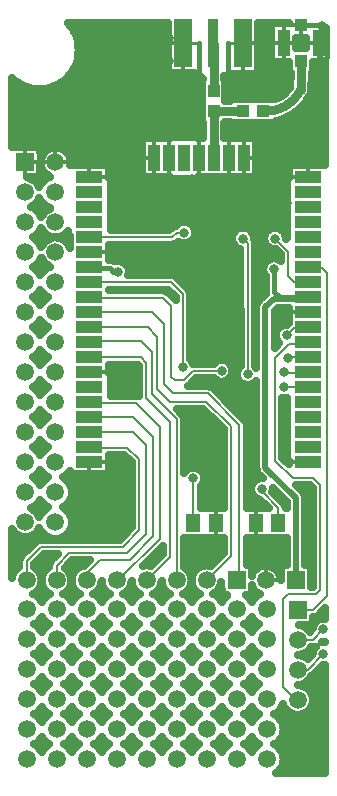
<source format=gbr>
G04 DipTrace 3.0.0.2*
G04 Top.gbr*
%MOMM*%
G04 #@! TF.FileFunction,Copper,L1,Top*
G04 #@! TF.Part,Single*
G04 #@! TA.AperFunction,Conductor*
%ADD10C,0.254*%
%ADD14C,0.381*%
%ADD15C,0.508*%
G04 #@! TA.AperFunction,CopperBalancing*
%ADD16C,0.635*%
G04 #@! TA.AperFunction,Conductor*
%ADD17C,0.1778*%
G04 #@! TA.AperFunction,ViaPad*
%ADD18C,0.8*%
G04 #@! TA.AperFunction,CopperBalancing*
%ADD19C,0.33*%
%ADD21R,1.52X4.06*%
%ADD22R,0.85X4.06*%
%ADD23R,1.05X1.1*%
%ADD24R,1.1X2.25*%
%ADD26R,1.3X1.5*%
G04 #@! TA.AperFunction,ComponentPad*
%ADD27R,1.5X1.5*%
%ADD28C,1.5*%
%ADD29C,1.5*%
%ADD30R,1.0X1.1*%
%ADD31R,1.1X1.0*%
%ADD32R,2.274X1.01*%
%ADD33R,1.01X2.274*%
%FSLAX35Y35*%
G04*
G71*
G90*
G75*
G01*
G04 Top*
%LPD*%
X972000Y4320000D2*
D14*
X932000D1*
X902000Y4350000D1*
X734000D1*
X728000Y4356000D1*
X2581000Y4102000D2*
X2340000D1*
X2292000Y4150000D1*
Y4340000D1*
X2477000Y1705000D2*
D15*
Y2403000D1*
X2220000Y2660000D1*
Y4020000D1*
X2290000Y4090000D1*
X2569000D1*
X2581000Y4102000D1*
X1525000Y6253000D2*
D10*
X1660000D1*
D14*
Y5830000D1*
D10*
X1400000Y5570000D1*
Y5283000D1*
X1400500Y5282500D1*
X2032000Y6252000D2*
X1900000D1*
D14*
Y5950000D1*
D10*
X1940000Y5910000D1*
X2180000D1*
X2370000Y6100000D1*
Y6253000D1*
X2373000Y6256000D1*
X2581000Y3975000D2*
X2385000D1*
X2370000Y3960000D1*
X2581000Y3594000D2*
D17*
X2414000D1*
X2410000Y3590000D1*
X2581000Y2705000D2*
X2415000D1*
X2400000Y2720000D1*
Y2790000D1*
X2380000Y2810000D1*
X728000Y2705000D2*
X915000D1*
X990000Y2630000D1*
X1800000Y2190000D2*
Y1990000D1*
X1810000Y2000000D1*
X2523000Y6406000D2*
D14*
X2694000D1*
X2700000Y6400000D1*
X2730000D1*
X2740000Y6390000D1*
Y6140000D1*
X2700000Y6100000D1*
X728000Y4229000D2*
D17*
X1421000D1*
X1520000Y4130000D1*
Y3510000D1*
X1850000Y3480000D2*
X1610000D1*
X1530000Y3400000D1*
X1450000D1*
X1420000Y3430000D1*
Y4030000D1*
X1350000Y4100000D1*
X730000D1*
X728000Y4102000D1*
X2493000Y947000D2*
X2577000D1*
X2710000Y1080000D1*
X2400000Y3780000D2*
X2468000Y3848000D1*
X2581000D1*
X2197000Y5678000D2*
D18*
G03X2520000Y5860000I29195J325805D01*
G01*
X2523000Y6106000D1*
X2493000Y1455000D2*
D17*
X2625000D1*
X2740000Y1570000D1*
Y4310000D1*
X2700000Y4350000D1*
X2587000D1*
X2581000Y4356000D1*
X2493000Y1201000D2*
X2621000D1*
X2710000Y1290000D1*
X2300000Y4600000D2*
X2410000Y4490000D1*
Y4280000D1*
X2460000Y4230000D1*
X2580000D1*
X2581000Y4229000D1*
X1781000Y5849000D2*
D18*
Y6250000D1*
X1779000Y6252000D1*
X1781500Y5282500D2*
Y5678500D1*
X1781000Y5679000D1*
X2026000D1*
X2027000Y5678000D1*
X197000Y1705000D2*
D17*
Y1867000D1*
X320000Y1990000D1*
X1010000D1*
X1150000Y2130000D1*
Y2730000D1*
X1050000Y2830000D1*
X730000D1*
X728000Y2832000D1*
X451000Y1705000D2*
Y1831000D1*
X560000Y1940000D1*
X1050000D1*
X1210000Y2100000D1*
Y2850000D1*
X1100000Y2960000D1*
X729000D1*
X728000Y2959000D1*
X705000Y1705000D2*
Y1765000D1*
X820000Y1880000D1*
X1070000D1*
X1270000Y2080000D1*
Y2920000D1*
X1100000Y3090000D1*
X732000D1*
X728000Y3086000D1*
X959000Y1705000D2*
X975000D1*
X1330000Y2060000D1*
Y3000000D1*
X1120000Y3210000D1*
X731000D1*
X728000Y3213000D1*
Y3594000D2*
X1166000D1*
X1210000Y3550000D1*
Y3250000D1*
X1410000Y3050000D1*
Y1902000D1*
X1213000Y1705000D1*
X1467000D2*
Y3073000D1*
X1260000Y3280000D1*
Y3640000D1*
X1170000Y3730000D1*
X737000D1*
X728000Y3721000D1*
Y3848000D2*
X1222000D1*
X1300000Y3770000D1*
Y3330000D1*
X1410000Y3220000D1*
X1720000D1*
X1930000Y3010000D1*
Y1914000D1*
X1721000Y1705000D1*
X1975000D2*
X2000000D1*
Y3020000D1*
X1730000Y3290000D1*
X1440000D1*
X1360000Y3370000D1*
Y3880000D1*
X1260000Y3980000D1*
X733000D1*
X728000Y3975000D1*
X2190000Y2480000D2*
Y2460000D1*
X2330000Y2320000D1*
Y2190000D1*
X2493000Y693000D2*
X2477000D1*
X2370000Y800000D1*
Y1550000D1*
X2410000Y1590000D1*
X2650000D1*
X2680000Y1620000D1*
Y2510000D1*
X2620000Y2570000D1*
X2450000D1*
X2300000Y2720000D1*
Y3590000D1*
X2420000Y3710000D1*
X2570000D1*
X2581000Y3721000D1*
X1610000Y2190000D2*
Y2570000D1*
X1532000Y4650000D2*
X1472000D1*
X1432000Y4610000D1*
X728000D1*
X2070000Y3450000D2*
Y4560000D1*
X2030000Y4600000D1*
X2380000Y3470000D2*
X2410000D1*
X2420000Y3460000D1*
X2574000D1*
X2581000Y3467000D1*
Y3340000D2*
X2380000D1*
D18*
X972000Y4320000D3*
X2292000Y4340000D3*
X2410000Y3590000D3*
X2380000Y2810000D3*
X990000Y2630000D3*
X1810000Y2000000D3*
X1520000Y3510000D3*
X1850000Y3480000D3*
X2710000Y1080000D3*
X2400000Y3780000D3*
X2710000Y1290000D3*
X2300000Y4600000D3*
X2190000Y2480000D3*
X1610000Y2570000D3*
X1532000Y4650000D3*
X2070000Y3450000D3*
X2030000Y4600000D3*
X2380000Y3470000D3*
Y3340000D3*
X2210000Y1990000D3*
X1000000Y5100000D3*
Y5300000D3*
X2330000Y1990000D3*
X2000000Y3800000D3*
X1200000Y5100000D3*
X800000Y5300000D3*
X1400000Y6100000D3*
X1200000Y5500000D3*
X1600000D3*
X2200000Y5300000D3*
Y6000000D3*
X2700000Y5300000D3*
X2600000Y5700000D3*
X2370000Y3960000D3*
X600000Y5500000D3*
Y5300000D3*
Y5900000D3*
X800000Y5700000D3*
Y6100000D3*
Y6300000D3*
X1400000D3*
Y5500000D3*
X1600000Y5700000D3*
X2600000Y5300000D3*
X2200000Y6200000D3*
X2700000Y5500000D3*
X600000Y5700000D3*
X800000Y5500000D3*
X1000000D3*
X800000Y5900000D3*
X1000000Y5700000D3*
Y5900000D3*
Y6100000D3*
Y6300000D3*
X1200000D3*
X1400000Y5700000D3*
X1600000Y5900000D3*
X2600000Y5500000D3*
X2200000Y6400000D3*
X2700000Y5900000D3*
X980000Y3480000D3*
X1600000Y4900000D3*
X1800000D3*
X2400000D3*
X2700000Y6100000D3*
X2400000Y5100000D3*
X2200000D3*
X1400000Y5900000D3*
X2400000Y6000000D3*
X1200000Y5900000D3*
X1400000Y4900000D3*
X2200000D3*
X2700000Y6400000D3*
X2400000Y5300000D3*
X2000000Y5100000D3*
X1800000D3*
X1200000Y5700000D3*
X2000000Y5800000D3*
Y5500000D3*
X2080000Y2920000D3*
Y2820000D3*
X1200000Y4900000D3*
X2000000D3*
X2400000Y5500000D3*
X1600000Y5100000D3*
X1400000D3*
X1200000Y6100000D3*
X2200000Y5500000D3*
Y5800000D3*
X2700000Y5700000D3*
X599660Y6364483D2*
D16*
X1390633D1*
X2166450D2*
X2259540D1*
X627937Y6301317D2*
X1390633D1*
X2166450D2*
X2259540D1*
X641953Y6238150D2*
X1390633D1*
X2166450D2*
X2259540D1*
X2486430D2*
X2559553D1*
X643690Y6174983D2*
X1390633D1*
X2166450D2*
X2259540D1*
X633023Y6111817D2*
X1390633D1*
X2166450D2*
X2259540D1*
X608963Y6048650D2*
X1390633D1*
X2166450D2*
X2414817D1*
X2631163D2*
X2721280D1*
X567540Y5985483D2*
X1608913D1*
X1951143D2*
X2425857D1*
X2617150D2*
X2721280D1*
X78700Y5922317D2*
X114557D1*
X497467D2*
X1675390D1*
X1886650D2*
X2425113D1*
X2616407D2*
X2721280D1*
X78700Y5859150D2*
X1675390D1*
X1886650D2*
X2407750D1*
X2615660D2*
X2721280D1*
X78700Y5795983D2*
X1675390D1*
X1886650D2*
X2334080D1*
X2592470D2*
X2721280D1*
X78700Y5732817D2*
X1675390D1*
X2548440D2*
X2721280D1*
X78700Y5669650D2*
X1675390D1*
X2479733D2*
X2721280D1*
X78700Y5606483D2*
X1675390D1*
X2356823D2*
X2721280D1*
X78700Y5543317D2*
X1685933D1*
X1877103D2*
X2721280D1*
X78700Y5480150D2*
X1685933D1*
X1877103D2*
X2721280D1*
X78700Y5416983D2*
X1164537D1*
X2144373D2*
X2721280D1*
X321477Y5353817D2*
X371780D1*
X512223D2*
X1164537D1*
X2144373D2*
X2721280D1*
X566547Y5290650D2*
X1164537D1*
X2144373D2*
X2721280D1*
X574360Y5227483D2*
X1164537D1*
X2144373D2*
X2721280D1*
X900170Y5164317D2*
X1164537D1*
X2144373D2*
X2408863D1*
X255990Y5101150D2*
X346850D1*
X915300D2*
X2393610D1*
X915300Y5037983D2*
X2393610D1*
X915300Y4974817D2*
X2393610D1*
X294440Y4911650D2*
X316937D1*
X915300D2*
X2393610D1*
X281540Y4848483D2*
X376493D1*
X915300D2*
X2393610D1*
X915300Y4785317D2*
X2393610D1*
X915300Y4722150D2*
X1468397D1*
X1595570D2*
X2393610D1*
X314033Y4658983D2*
X334517D1*
X1629923D2*
X1952953D1*
X2107040D2*
X2222953D1*
X279803Y4595817D2*
X379097D1*
X504907D2*
X555830D1*
X1612807D2*
X1931623D1*
X2128373D2*
X2201620D1*
X900170Y4532650D2*
X1960893D1*
X2137303D2*
X2230890D1*
X900170Y4469483D2*
X2002687D1*
X2137303D2*
X2338047D1*
X1010427Y4406317D2*
X2002687D1*
X2137303D2*
X2221837D1*
X277943Y4343150D2*
X352060D1*
X1067477D2*
X2002687D1*
X2137303D2*
X2193683D1*
X1460757Y4279983D2*
X2002687D1*
X2137303D2*
X2214520D1*
X1525743Y4216817D2*
X2002687D1*
X2137303D2*
X2214520D1*
X1582547Y4153650D2*
X2002687D1*
X2137303D2*
X2214520D1*
X276083Y4090483D2*
X353920D1*
X1587260D2*
X2002687D1*
X2137303D2*
X2174583D1*
X1587260Y4027317D2*
X2002687D1*
X1587260Y3964150D2*
X2002687D1*
X2303743D2*
X2408863D1*
X1587260Y3900983D2*
X2002687D1*
X2303743D2*
X2408863D1*
X274100Y3837817D2*
X355903D1*
X1587260D2*
X2002687D1*
X1587260Y3774650D2*
X2002687D1*
X1587260Y3711483D2*
X2002687D1*
X2303743D2*
X2329023D1*
X1587260Y3648317D2*
X2002687D1*
X272113Y3585150D2*
X357890D1*
X1587260D2*
X2002687D1*
X900170Y3521983D2*
X1142710D1*
X1938247D2*
X2002687D1*
X900170Y3458817D2*
X1142710D1*
X1945933D2*
X1972053D1*
X915300Y3395650D2*
X1142710D1*
X1618140D2*
X1806730D1*
X1893223D2*
X1989293D1*
X270007Y3332483D2*
X359997D1*
X915300D2*
X1142710D1*
X1779990D2*
X2136260D1*
X1843243Y3269317D2*
X2136260D1*
X1906370Y3206150D2*
X2136260D1*
X2367243D2*
X2393713D1*
X1489530Y3142983D2*
X1704537D1*
X1969500D2*
X2136260D1*
X2367243D2*
X2393713D1*
X267897Y3079817D2*
X362107D1*
X1533930D2*
X1767663D1*
X2032750D2*
X2136260D1*
X2367243D2*
X2393713D1*
X1534300Y3016650D2*
X1830790D1*
X2067230D2*
X2136260D1*
X2367243D2*
X2393713D1*
X1534300Y2953483D2*
X1862667D1*
X2067230D2*
X2136260D1*
X2367243D2*
X2393713D1*
X1534300Y2890317D2*
X1862667D1*
X2067230D2*
X2136260D1*
X2367243D2*
X2393713D1*
X265667Y2827150D2*
X364340D1*
X1534300D2*
X1862667D1*
X2067230D2*
X2136260D1*
X2367243D2*
X2393713D1*
X900170Y2763983D2*
X1023523D1*
X1534300D2*
X1862667D1*
X2067230D2*
X2136260D1*
X2367243D2*
X2393713D1*
X900170Y2700817D2*
X1082683D1*
X1534300D2*
X1862667D1*
X2067230D2*
X2136260D1*
X900170Y2637650D2*
X1082683D1*
X1678790D2*
X1862667D1*
X2067230D2*
X2139487D1*
X263310Y2574483D2*
X366693D1*
X517310D2*
X1082683D1*
X1708307D2*
X1862667D1*
X2067230D2*
X2189717D1*
X576717Y2511317D2*
X1082683D1*
X1687347D2*
X1862667D1*
X2067230D2*
X2097067D1*
X590607Y2448150D2*
X1082683D1*
X1677300D2*
X1862667D1*
X2067230D2*
X2097237D1*
X2294317D2*
X2315950D1*
X2546207D2*
X2612760D1*
X574857Y2384983D2*
X1082683D1*
X1677300D2*
X1862667D1*
X2067230D2*
X2172477D1*
X2357570D2*
X2379117D1*
X2560843D2*
X2612760D1*
X256117Y2321817D2*
X369177D1*
X514830D2*
X1082683D1*
X1677300D2*
X1862667D1*
X2067230D2*
X2235727D1*
X2560843D2*
X2612760D1*
X576097Y2258650D2*
X1082683D1*
X2560843D2*
X2612760D1*
X590607Y2195483D2*
X1082683D1*
X2560843D2*
X2612760D1*
X575600Y2132317D2*
X1059863D1*
X2560843D2*
X2612760D1*
X78700Y2069150D2*
X371160D1*
X512843D2*
X996610D1*
X2560843D2*
X2612760D1*
X78700Y2005983D2*
X243417D1*
X1534300D2*
X1862667D1*
X2067230D2*
X2393237D1*
X2560843D2*
X2612760D1*
X78700Y1942817D2*
X180287D1*
X1305353D2*
X1342760D1*
X1534300D2*
X1862667D1*
X2067230D2*
X2393237D1*
X2560843D2*
X2612760D1*
X78700Y1879650D2*
X131050D1*
X302127D2*
X407127D1*
X1242103D2*
X1295133D1*
X1534300D2*
X1803133D1*
X2067230D2*
X2393237D1*
X2560843D2*
X2612760D1*
X78700Y1816483D2*
X129687D1*
X264300D2*
X383687D1*
X528967D2*
X637687D1*
X1534300D2*
X1653687D1*
X2108407D2*
X2155733D1*
X2290347D2*
X2343630D1*
X303617Y1626983D2*
X344263D1*
X557617D2*
X598263D1*
X811617D2*
X852263D1*
X1065617D2*
X1106263D1*
X1319617D2*
X1360263D1*
X1573617D2*
X1614263D1*
X303617Y1563817D2*
X350443D1*
X557617D2*
X604443D1*
X811617D2*
X858443D1*
X1065617D2*
X1112443D1*
X1319617D2*
X1366443D1*
X1573617D2*
X1620443D1*
X1827617D2*
X1874443D1*
X2081617D2*
X2128443D1*
X2699997Y1437483D2*
X2721307D1*
X2626450Y1374317D2*
X2666777D1*
X302253Y1311150D2*
X351813D1*
X556253D2*
X605813D1*
X810253D2*
X859813D1*
X1064253D2*
X1113813D1*
X1318253D2*
X1367813D1*
X1572253D2*
X1621813D1*
X1826253D2*
X1875813D1*
X2080253D2*
X2129813D1*
X2562703D2*
X2614000D1*
X2697270Y1184817D2*
X2721367D1*
X2598547Y1121650D2*
X2621630D1*
X300763Y1058483D2*
X353300D1*
X554763D2*
X607300D1*
X808763D2*
X861300D1*
X1062763D2*
X1115300D1*
X1316763D2*
X1369300D1*
X1570763D2*
X1623300D1*
X1824763D2*
X1877300D1*
X2078763D2*
X2131300D1*
X2560347D2*
X2595857D1*
X2654603Y932150D2*
X2721280D1*
X2599663Y868983D2*
X2721280D1*
X299150Y805817D2*
X354790D1*
X553150D2*
X608790D1*
X807150D2*
X862790D1*
X1061150D2*
X1116790D1*
X1315150D2*
X1370790D1*
X1569150D2*
X1624790D1*
X1823150D2*
X1878790D1*
X2077150D2*
X2132790D1*
X2557867D2*
X2721280D1*
X2616280Y742650D2*
X2721280D1*
X2625707Y679483D2*
X2721280D1*
X2354840Y616317D2*
X2385300D1*
X2600653D2*
X2721280D1*
X297663Y553150D2*
X356400D1*
X551663D2*
X610400D1*
X805663D2*
X864400D1*
X1059663D2*
X1118400D1*
X1313663D2*
X1372400D1*
X1567663D2*
X1626400D1*
X1821663D2*
X1880400D1*
X2075663D2*
X2134400D1*
X2329663D2*
X2721280D1*
X2372947Y489983D2*
X2721280D1*
X2379643Y426817D2*
X2721280D1*
X2355833Y363650D2*
X2721280D1*
X296050Y300483D2*
X358013D1*
X550050D2*
X612013D1*
X804050D2*
X866013D1*
X1058050D2*
X1120013D1*
X1312050D2*
X1374013D1*
X1566050D2*
X1628013D1*
X1820050D2*
X1882013D1*
X2074050D2*
X2136013D1*
X2328050D2*
X2721280D1*
X2372577Y237317D2*
X2721280D1*
X2379770Y174150D2*
X2721280D1*
X2356700Y110983D2*
X2721280D1*
X1615243Y5997930D2*
X1396930D1*
Y6427670D1*
X545953Y6427650D1*
X574660Y6393193D1*
X589147Y6371513D1*
X601890Y6348763D1*
X612803Y6325083D1*
X621830Y6300620D1*
X628907Y6275523D1*
X633993Y6249950D1*
X637060Y6224053D1*
X638083Y6198000D1*
X637060Y6171947D1*
X633993Y6146050D1*
X628907Y6120477D1*
X621830Y6095380D1*
X612803Y6070917D1*
X601890Y6047237D1*
X589147Y6024487D1*
X574660Y6002807D1*
X558517Y5982330D1*
X540820Y5963180D1*
X521670Y5945483D1*
X501193Y5929340D1*
X479513Y5914853D1*
X456763Y5902110D1*
X433083Y5891197D1*
X408620Y5882170D1*
X383523Y5875093D1*
X357950Y5870007D1*
X332053Y5866940D1*
X306000Y5865917D1*
X279947Y5866940D1*
X254050Y5870007D1*
X228477Y5875093D1*
X203380Y5882170D1*
X178917Y5891197D1*
X155237Y5902110D1*
X132487Y5914853D1*
X110807Y5929340D1*
X90330Y5945483D1*
X72303Y5962143D1*
X72350Y5371093D1*
X315070Y5371070D1*
X315650Y5257523D1*
X319090Y5276240D1*
X325283Y5294237D1*
X334093Y5311107D1*
X345327Y5326470D1*
X358730Y5339983D1*
X374000Y5351343D1*
X390793Y5360297D1*
X408740Y5366640D1*
X427430Y5370233D1*
X446447Y5370993D1*
X465363Y5368903D1*
X483757Y5364013D1*
X501213Y5356430D1*
X517340Y5346327D1*
X531780Y5333927D1*
X544203Y5319507D1*
X554333Y5303397D1*
X561943Y5285953D1*
X566867Y5267567D1*
X568983Y5248653D1*
X568437Y5231320D1*
X566853Y5220553D1*
X893770Y5220570D1*
Y5108777D1*
X908990Y5108790D1*
Y4670863D1*
X1406780Y4670960D1*
X1436170Y4699317D1*
X1448670Y4706320D1*
X1458850Y4709490D1*
X1477883Y4724487D1*
X1490200Y4732033D1*
X1503550Y4737563D1*
X1517597Y4740937D1*
X1532000Y4742070D1*
X1546403Y4740937D1*
X1560450Y4737563D1*
X1573800Y4732033D1*
X1586117Y4724487D1*
X1597103Y4715103D1*
X1606487Y4704117D1*
X1614033Y4691800D1*
X1619563Y4678450D1*
X1622937Y4664403D1*
X1624070Y4650000D1*
X1622937Y4635597D1*
X1619563Y4621550D1*
X1614033Y4608200D1*
X1606487Y4595883D1*
X1597103Y4584897D1*
X1586117Y4575513D1*
X1573800Y4567967D1*
X1560450Y4562437D1*
X1546403Y4559063D1*
X1532000Y4557930D1*
X1517597Y4559063D1*
X1503550Y4562437D1*
X1490200Y4567967D1*
X1481333Y4573207D1*
X1467830Y4560683D1*
X1455330Y4553680D1*
X1441537Y4549790D1*
X1432000Y4549040D1*
X893863D1*
X893770Y4420990D1*
X913127Y4420243D1*
X929217Y4415707D1*
X940013Y4410070D1*
X950507Y4409527D1*
X964777Y4411787D1*
X979223D1*
X993493Y4409527D1*
X1007233Y4405060D1*
X1020107Y4398503D1*
X1031793Y4390010D1*
X1042010Y4379793D1*
X1050503Y4368107D1*
X1057060Y4355233D1*
X1061527Y4341493D1*
X1063787Y4327223D1*
Y4312777D1*
X1061527Y4298507D1*
X1058967Y4289933D1*
X1425783Y4289773D1*
X1439837Y4286977D1*
X1452853Y4280977D1*
X1464677Y4271487D1*
X1566353Y4169590D1*
X1574317Y4157677D1*
X1579277Y4144230D1*
X1580927Y4129160D1*
X1580960Y3578963D1*
X1594487Y3564117D1*
X1602033Y3551800D1*
X1606673Y3540863D1*
X1781027Y3540960D1*
X1795883Y3554487D1*
X1808200Y3562033D1*
X1821550Y3567563D1*
X1835597Y3570937D1*
X1850000Y3572070D1*
X1864403Y3570937D1*
X1878450Y3567563D1*
X1891800Y3562033D1*
X1904117Y3554487D1*
X1915103Y3545103D1*
X1924487Y3534117D1*
X1932033Y3521800D1*
X1937563Y3508450D1*
X1940937Y3494403D1*
X1942070Y3480000D1*
X1940937Y3465597D1*
X1937563Y3451550D1*
X1932033Y3438200D1*
X1924487Y3425883D1*
X1915103Y3414897D1*
X1904117Y3405513D1*
X1891800Y3397967D1*
X1878450Y3392437D1*
X1864403Y3389063D1*
X1850000Y3387930D1*
X1835597Y3389063D1*
X1821550Y3392437D1*
X1808200Y3397967D1*
X1795883Y3405513D1*
X1781043Y3419063D1*
X1635317Y3419040D1*
X1568723Y3352963D1*
X1567000Y3350960D1*
X1739537Y3350210D1*
X1753330Y3346320D1*
X1765830Y3339317D1*
X1773107Y3333107D1*
X2049317Y3055830D1*
X2056320Y3043330D1*
X2060210Y3029537D1*
X2060960Y3020000D1*
X2061030Y2317070D1*
X2246790D1*
X2174553Y2389237D1*
X2154767Y2394940D1*
X2141893Y2401497D1*
X2130207Y2409990D1*
X2119990Y2420207D1*
X2111497Y2431893D1*
X2104940Y2444767D1*
X2100473Y2458507D1*
X2098213Y2472777D1*
Y2487223D1*
X2100473Y2501493D1*
X2104940Y2515233D1*
X2111497Y2528107D1*
X2119990Y2539793D1*
X2130207Y2550010D1*
X2141893Y2558503D1*
X2154767Y2565060D1*
X2168507Y2569527D1*
X2182777Y2571787D1*
X2198877Y2571590D1*
X2161090Y2609687D1*
X2150973Y2624830D1*
X2144670Y2641913D1*
X2142530Y2660000D1*
X2142563Y2660830D1*
X2142530Y3393350D1*
X2129793Y3379990D1*
X2118107Y3371497D1*
X2105233Y3364940D1*
X2091493Y3360473D1*
X2077223Y3358213D1*
X2062777D1*
X2048507Y3360473D1*
X2034767Y3364940D1*
X2021893Y3371497D1*
X2010207Y3379990D1*
X1999990Y3390207D1*
X1991497Y3401893D1*
X1984940Y3414767D1*
X1980473Y3428507D1*
X1978213Y3442777D1*
Y3457223D1*
X1980473Y3471493D1*
X1984940Y3485233D1*
X1991497Y3498107D1*
X1999990Y3509793D1*
X2009063Y3518957D1*
X2008507Y4510473D1*
X1994767Y4514940D1*
X1981893Y4521497D1*
X1970207Y4529990D1*
X1959990Y4540207D1*
X1951497Y4551893D1*
X1944940Y4564767D1*
X1940473Y4578507D1*
X1938213Y4592777D1*
Y4607223D1*
X1940473Y4621493D1*
X1944940Y4635233D1*
X1951497Y4648107D1*
X1959990Y4659793D1*
X1970207Y4670010D1*
X1981893Y4678503D1*
X1994767Y4685060D1*
X2008507Y4689527D1*
X2022777Y4691787D1*
X2037223D1*
X2051493Y4689527D1*
X2065233Y4685060D1*
X2078107Y4678503D1*
X2089793Y4670010D1*
X2100010Y4659793D1*
X2108503Y4648107D1*
X2115060Y4635233D1*
X2119527Y4621493D1*
X2121787Y4607223D1*
X2121977Y4591853D1*
X2127977Y4578837D1*
X2130773Y4564783D1*
X2130960Y3519070D1*
X2142547Y3506580D1*
X2142770Y4026077D1*
X2146320Y4043940D1*
X2153947Y4060477D1*
X2165220Y4074780D1*
X2165830Y4075343D1*
X2222843Y4133397D1*
X2220880Y4150000D1*
Y4281590D1*
X2209967Y4298200D1*
X2204437Y4311550D1*
X2201063Y4325597D1*
X2199930Y4340000D1*
X2201063Y4354403D1*
X2204437Y4368450D1*
X2209967Y4381800D1*
X2217513Y4394117D1*
X2226897Y4405103D1*
X2237883Y4414487D1*
X2250200Y4422033D1*
X2263550Y4427563D1*
X2277597Y4430937D1*
X2292000Y4432070D1*
X2306403Y4430937D1*
X2320450Y4427563D1*
X2333800Y4422033D1*
X2349067Y4412160D1*
X2349040Y4464920D1*
X2305770Y4508020D1*
X2285597Y4509063D1*
X2271550Y4512437D1*
X2258200Y4517967D1*
X2245883Y4525513D1*
X2234897Y4534897D1*
X2225513Y4545883D1*
X2217967Y4558200D1*
X2212437Y4571550D1*
X2209063Y4585597D1*
X2207930Y4600000D1*
X2209063Y4614403D1*
X2212437Y4628450D1*
X2217967Y4641800D1*
X2225513Y4654117D1*
X2234897Y4665103D1*
X2245883Y4674487D1*
X2258200Y4682033D1*
X2271550Y4687563D1*
X2285597Y4690937D1*
X2300000Y4692070D1*
X2314403Y4690937D1*
X2328450Y4687563D1*
X2341800Y4682033D1*
X2354117Y4674487D1*
X2365103Y4665103D1*
X2374487Y4654117D1*
X2382033Y4641800D1*
X2387563Y4628450D1*
X2390937Y4614403D1*
X2391847Y4594327D1*
X2400133Y4600790D1*
X2400010Y4854790D1*
Y5108790D1*
X2415267D1*
X2415230Y5220570D1*
X2727697D1*
X2727650Y6091330D1*
X2624767Y6091430D1*
X2624790Y6001710D1*
X2611023D1*
X2608923Y5851910D1*
X2606563Y5838100D1*
X2602070Y5824827D1*
X2575567Y5777537D1*
X2568930Y5767603D1*
X2537747Y5727540D1*
X2498080Y5688427D1*
X2453547Y5654953D1*
X2404943Y5627727D1*
X2353143Y5607233D1*
X2307373Y5595667D1*
X2301290Y5586790D1*
Y5578710D1*
X1922710D1*
Y5589747D1*
X1880273Y5589710D1*
X1880290Y5574710D1*
X1870740D1*
X1870790Y5448190D1*
X2138070Y5448270D1*
Y5116730D1*
X1805930D1*
Y5119533D1*
X1757143Y5119510D1*
X1757070Y5116730D1*
X1645277D1*
X1645290Y5101510D1*
X1409710D1*
Y5116763D1*
X1170930Y5116730D1*
Y5448270D1*
X1409723D1*
X1409710Y5463490D1*
X1645290D1*
Y5448237D1*
X1692250Y5448270D1*
X1692210Y5574823D1*
X1681710Y5574710D1*
Y5953290D1*
X1691757D1*
X1667750Y5975250D1*
X1615250D1*
Y5997947D1*
X2160070Y6427670D2*
Y5996930D1*
X1944740D1*
X1944750Y5975250D1*
X1870213D1*
X1870290Y5953213D1*
X1880290Y5953290D1*
Y5768283D1*
X1922760Y5768290D1*
X1922710Y5777290D1*
X2297830D1*
X2328947Y5789533D1*
X2356630Y5805167D1*
X2381980Y5824357D1*
X2404540Y5846757D1*
X2423907Y5871970D1*
X2431103Y5892837D1*
X2432430Y6001597D1*
X2421210Y6001710D1*
Y6091380D1*
X2265930Y6091430D1*
Y6420570D1*
X2418453D1*
X2418430Y6427690D1*
X2159993Y6427650D1*
X2480120Y6210290D2*
X2565947D1*
X2565930Y6298920D1*
X2480057Y6298930D1*
X2480070Y6210300D1*
X1869073Y2062930D2*
X1528013D1*
X1527960Y1816520D1*
X1541690Y1807803D1*
X1556853Y1794853D1*
X1569803Y1779690D1*
X1580220Y1762690D1*
X1587850Y1744267D1*
X1592507Y1724877D1*
X1593960Y1707767D1*
X1595493Y1724877D1*
X1600150Y1744267D1*
X1607780Y1762690D1*
X1618197Y1779690D1*
X1631147Y1794853D1*
X1646310Y1807803D1*
X1663310Y1818220D1*
X1681733Y1825850D1*
X1701123Y1830507D1*
X1721000Y1832070D1*
X1740877Y1830507D1*
X1756703Y1826857D1*
X1868987Y1939200D1*
X1869040Y2062953D1*
X1670903Y2317070D2*
X1869090D1*
X1869040Y2984693D1*
X1694750Y3159040D1*
X1467117D1*
X1516317Y3108830D1*
X1523320Y3096330D1*
X1527210Y3082537D1*
X1527960Y3073000D1*
X1527967Y2611800D1*
X1535513Y2624117D1*
X1544897Y2635103D1*
X1555883Y2644487D1*
X1568200Y2652033D1*
X1581550Y2657563D1*
X1595597Y2660937D1*
X1610000Y2662070D1*
X1624403Y2660937D1*
X1638450Y2657563D1*
X1651800Y2652033D1*
X1664117Y2644487D1*
X1675103Y2635103D1*
X1684487Y2624117D1*
X1692033Y2611800D1*
X1697563Y2598450D1*
X1700937Y2584403D1*
X1702070Y2570000D1*
X1700937Y2555597D1*
X1697563Y2541550D1*
X1692033Y2528200D1*
X1684487Y2515883D1*
X1670937Y2501043D1*
X1670960Y2317117D1*
X1689280Y2317070D1*
X2257070Y2062930D2*
X2060940D1*
X2060960Y1831980D1*
X2102070Y1832070D1*
Y1744137D1*
X2108937Y1761003D1*
X2118583Y1777413D1*
X2130567Y1792197D1*
X2144627Y1805023D1*
X2160447Y1815607D1*
X2177667Y1823710D1*
X2195907Y1829147D1*
X2214753Y1831803D1*
X2233783Y1831610D1*
X2252573Y1828580D1*
X2270700Y1822777D1*
X2287753Y1814333D1*
X2303357Y1803433D1*
X2317160Y1790330D1*
X2328847Y1775307D1*
X2338160Y1758710D1*
X2344890Y1740910D1*
X2348887Y1722300D1*
X2349930Y1710520D1*
Y1832070D1*
X2399663D1*
X2399530Y2062807D1*
X2212930Y2063053D1*
X2102070Y1666003D2*
Y1577930D1*
X2057547D1*
X2070410Y1568197D1*
X2086197Y1552410D1*
X2099323Y1534347D1*
X2105220Y1524597D1*
X2116883Y1543637D1*
X2131387Y1560613D1*
X2148363Y1575117D1*
X2167403Y1586780D1*
X2171643Y1588737D1*
X2153573Y1598573D1*
X2138457Y1610137D1*
X2125237Y1623827D1*
X2114210Y1639340D1*
X2105623Y1656323D1*
X2102073Y1666087D1*
X1898300Y1577930D2*
X1847930D1*
X1847677Y1695030D1*
X1844560Y1675337D1*
X1838397Y1656373D1*
X1829343Y1638607D1*
X1817623Y1622473D1*
X1803527Y1608377D1*
X1787393Y1596657D1*
X1778453Y1591460D1*
X1798347Y1581323D1*
X1816410Y1568197D1*
X1832197Y1552410D1*
X1845323Y1534347D1*
X1851220Y1524597D1*
X1862883Y1543637D1*
X1877387Y1560613D1*
X1894363Y1575117D1*
X1898610Y1577953D1*
X1666673Y1590230D2*
X1646310Y1602197D1*
X1631147Y1615147D1*
X1618197Y1630310D1*
X1607780Y1647310D1*
X1600150Y1665733D1*
X1595493Y1685123D1*
X1594040Y1702233D1*
X1592507Y1685123D1*
X1587850Y1665733D1*
X1580220Y1647310D1*
X1569803Y1630310D1*
X1556853Y1615147D1*
X1541690Y1602197D1*
X1524453Y1591460D1*
X1544347Y1581323D1*
X1562410Y1568197D1*
X1578197Y1552410D1*
X1591323Y1534347D1*
X1597220Y1524597D1*
X1608883Y1543637D1*
X1623387Y1560613D1*
X1640363Y1575117D1*
X1659403Y1586780D1*
X1666653Y1590127D1*
X1412673Y1590230D2*
X1392310Y1602197D1*
X1377147Y1615147D1*
X1364197Y1630310D1*
X1353780Y1647310D1*
X1346150Y1665733D1*
X1341493Y1685123D1*
X1340040Y1702233D1*
X1338507Y1685123D1*
X1333850Y1665733D1*
X1326220Y1647310D1*
X1315803Y1630310D1*
X1302853Y1615147D1*
X1287690Y1602197D1*
X1270453Y1591460D1*
X1290347Y1581323D1*
X1308410Y1568197D1*
X1324197Y1552410D1*
X1337323Y1534347D1*
X1343220Y1524597D1*
X1354883Y1543637D1*
X1369387Y1560613D1*
X1386363Y1575117D1*
X1405403Y1586780D1*
X1412653Y1590127D1*
X1158673Y1590230D2*
X1138310Y1602197D1*
X1123147Y1615147D1*
X1110197Y1630310D1*
X1099780Y1647310D1*
X1092150Y1665733D1*
X1087493Y1685123D1*
X1086040Y1702233D1*
X1084507Y1685123D1*
X1079850Y1665733D1*
X1072220Y1647310D1*
X1061803Y1630310D1*
X1048853Y1615147D1*
X1033690Y1602197D1*
X1016453Y1591460D1*
X1036347Y1581323D1*
X1054410Y1568197D1*
X1070197Y1552410D1*
X1083323Y1534347D1*
X1089220Y1524597D1*
X1100883Y1543637D1*
X1115387Y1560613D1*
X1132363Y1575117D1*
X1151403Y1586780D1*
X1158653Y1590127D1*
X1185057Y1828900D2*
X1203030Y1831677D1*
X1222970D1*
X1242663Y1828560D1*
X1248703Y1826857D1*
X1349060Y1927273D1*
X1349040Y1992910D1*
X1185170Y1828957D1*
X904673Y1590230D2*
X884310Y1602197D1*
X869147Y1615147D1*
X856197Y1630310D1*
X845780Y1647310D1*
X838150Y1665733D1*
X833493Y1685123D1*
X832040Y1702233D1*
X830507Y1685123D1*
X825850Y1665733D1*
X818220Y1647310D1*
X807803Y1630310D1*
X794853Y1615147D1*
X779690Y1602197D1*
X762453Y1591460D1*
X782347Y1581323D1*
X800410Y1568197D1*
X816197Y1552410D1*
X829323Y1534347D1*
X835220Y1524597D1*
X846883Y1543637D1*
X861387Y1560613D1*
X878363Y1575117D1*
X897403Y1586780D1*
X904653Y1590127D1*
X650673Y1590230D2*
X630310Y1602197D1*
X615147Y1615147D1*
X602197Y1630310D1*
X591780Y1647310D1*
X584150Y1665733D1*
X579493Y1685123D1*
X578040Y1702233D1*
X576507Y1685123D1*
X571850Y1665733D1*
X564220Y1647310D1*
X553803Y1630310D1*
X540853Y1615147D1*
X525690Y1602197D1*
X508453Y1591460D1*
X528347Y1581323D1*
X546410Y1568197D1*
X562197Y1552410D1*
X575323Y1534347D1*
X581220Y1524597D1*
X592883Y1543637D1*
X607387Y1560613D1*
X624363Y1575117D1*
X643403Y1586780D1*
X650653Y1590127D1*
X578040Y1707767D2*
X579493Y1724877D1*
X584150Y1744267D1*
X591780Y1762690D1*
X602197Y1779690D1*
X615147Y1794853D1*
X630310Y1807803D1*
X647310Y1818220D1*
X665733Y1825850D1*
X684347Y1830557D1*
X732500Y1879040D1*
X585283D1*
X518653Y1812440D1*
X533527Y1801623D1*
X547623Y1787527D1*
X559343Y1771393D1*
X568397Y1753627D1*
X574560Y1734663D1*
X577677Y1714970D1*
X577960Y1707767D1*
X396673Y1590230D2*
X376310Y1602197D1*
X361147Y1615147D1*
X348197Y1630310D1*
X337780Y1647310D1*
X330150Y1665733D1*
X325493Y1685123D1*
X324040Y1702233D1*
X322507Y1685123D1*
X317850Y1665733D1*
X310220Y1647310D1*
X299803Y1630310D1*
X286853Y1615147D1*
X271690Y1602197D1*
X254453Y1591460D1*
X274347Y1581323D1*
X292410Y1568197D1*
X308197Y1552410D1*
X321323Y1534347D1*
X327220Y1524597D1*
X338883Y1543637D1*
X353387Y1560613D1*
X370363Y1575117D1*
X389403Y1586780D1*
X396653Y1590127D1*
X324040Y1707767D2*
X325493Y1724877D1*
X330150Y1744267D1*
X337780Y1762690D1*
X348197Y1779690D1*
X361147Y1794853D1*
X376310Y1807803D1*
X390080Y1816410D1*
X390790Y1840537D1*
X394680Y1854330D1*
X401683Y1866830D1*
X407893Y1874107D1*
X462880Y1929093D1*
X345110Y1929040D1*
X257957Y1841747D1*
X257960Y1816523D1*
X271690Y1807803D1*
X286853Y1794853D1*
X299803Y1779690D1*
X310220Y1762690D1*
X317850Y1744267D1*
X322507Y1724877D1*
X323960Y1707767D1*
X72323Y1729043D2*
X76150Y1744267D1*
X83780Y1762690D1*
X94197Y1779690D1*
X107147Y1794853D1*
X122310Y1807803D1*
X136080Y1816410D1*
X136790Y1876537D1*
X140680Y1890330D1*
X147683Y1902830D1*
X153893Y1910107D1*
X284170Y2039317D1*
X296670Y2046320D1*
X310463Y2050210D1*
X320000Y2050960D1*
X984890D1*
X1089057Y2155267D1*
X1089040Y2704730D1*
X1024723Y2769067D1*
X893853Y2769040D1*
X893770Y2602430D1*
X562230D1*
Y2627903D1*
X550197Y2611590D1*
X534410Y2595803D1*
X516347Y2582677D1*
X506597Y2576780D1*
X525637Y2565117D1*
X542613Y2550613D1*
X557117Y2533637D1*
X568780Y2514597D1*
X577327Y2493970D1*
X582537Y2472260D1*
X584290Y2450000D1*
X582537Y2427740D1*
X577327Y2406030D1*
X568780Y2385403D1*
X557117Y2366363D1*
X542613Y2349387D1*
X525637Y2334883D1*
X506163Y2323017D1*
X525637Y2311117D1*
X542613Y2296613D1*
X557117Y2279637D1*
X568780Y2260597D1*
X577327Y2239970D1*
X582537Y2218260D1*
X584290Y2196000D1*
X582537Y2173740D1*
X577327Y2152030D1*
X568780Y2131403D1*
X557117Y2112363D1*
X542613Y2095387D1*
X525637Y2080883D1*
X506597Y2069220D1*
X485970Y2060673D1*
X464260Y2055463D1*
X442000Y2053710D1*
X419740Y2055463D1*
X398030Y2060673D1*
X377403Y2069220D1*
X358363Y2080883D1*
X341387Y2095387D1*
X326883Y2112363D1*
X315220Y2131403D1*
X306930Y2151333D1*
X296343Y2129607D1*
X284623Y2113473D1*
X270527Y2099377D1*
X254393Y2087657D1*
X236627Y2078603D1*
X217663Y2072440D1*
X197970Y2069323D1*
X178030D1*
X158337Y2072440D1*
X139373Y2078603D1*
X121607Y2087657D1*
X105473Y2099377D1*
X91377Y2113473D1*
X79657Y2129607D1*
X72317Y2143657D1*
X72350Y1729767D1*
X2554447Y1832070D2*
X2604070D1*
Y1650870D1*
X2619040Y1651750D1*
Y2484817D1*
X2594713Y2509077D1*
X2480473Y2509040D1*
X2535910Y2453313D1*
X2546027Y2438170D1*
X2552330Y2421087D1*
X2554470Y2403000D1*
X2554437Y2402170D1*
X2554470Y1832120D1*
X2620070Y1394173D2*
Y1327930D1*
X2502970Y1327677D1*
X2522663Y1324560D1*
X2541627Y1318397D1*
X2559393Y1309343D1*
X2575527Y1297623D1*
X2589623Y1283527D1*
X2601280Y1267490D1*
X2617930Y1290000D1*
X2619063Y1304403D1*
X2622437Y1318450D1*
X2627967Y1331800D1*
X2635513Y1344117D1*
X2644897Y1355103D1*
X2655883Y1364487D1*
X2668200Y1372033D1*
X2681550Y1377563D1*
X2695597Y1380937D1*
X2710000Y1382070D1*
X2727700Y1380280D1*
X2727650Y1471460D1*
X2660830Y1405683D1*
X2648330Y1398680D1*
X2634537Y1394790D1*
X2620163Y1394040D1*
X2604410Y1140080D2*
X2595803Y1126310D1*
X2582853Y1111147D1*
X2567690Y1098197D1*
X2550690Y1087780D1*
X2532267Y1080150D1*
X2512877Y1075493D1*
X2495767Y1074040D1*
X2512877Y1072507D1*
X2532267Y1067850D1*
X2550690Y1060220D1*
X2567690Y1049803D1*
X2581737Y1037883D1*
X2618173Y1074383D1*
X2619063Y1094403D1*
X2622437Y1108450D1*
X2627967Y1121800D1*
X2635513Y1134117D1*
X2644330Y1144680D1*
X2630537Y1140790D1*
X2604503Y1140040D1*
X2620160Y1140073D1*
X2608880Y895080D2*
X2601343Y880607D1*
X2589623Y864473D1*
X2575527Y850377D1*
X2559393Y838657D1*
X2541627Y829603D1*
X2522663Y823440D1*
X2502970Y820323D1*
X2495767Y820040D1*
X2512877Y818507D1*
X2532267Y813850D1*
X2550690Y806220D1*
X2567690Y795803D1*
X2582853Y782853D1*
X2595803Y767690D1*
X2606220Y750690D1*
X2613850Y732267D1*
X2618507Y712877D1*
X2620070Y693000D1*
X2618507Y673123D1*
X2613850Y653733D1*
X2606220Y635310D1*
X2595803Y618310D1*
X2582853Y603147D1*
X2567690Y590197D1*
X2550690Y579780D1*
X2532267Y572150D1*
X2512877Y567493D1*
X2493000Y565930D1*
X2473123Y567493D1*
X2453733Y572150D1*
X2435310Y579780D1*
X2418310Y590197D1*
X2403147Y603147D1*
X2390197Y618310D1*
X2379780Y635310D1*
X2372150Y653733D1*
X2369727Y662323D1*
X2363460Y643547D1*
X2353323Y623653D1*
X2340197Y605590D1*
X2324410Y589803D1*
X2306347Y576677D1*
X2296597Y570780D1*
X2315637Y559117D1*
X2332613Y544613D1*
X2347117Y527637D1*
X2358780Y508597D1*
X2367327Y487970D1*
X2372537Y466260D1*
X2374290Y444000D1*
X2372537Y421740D1*
X2367327Y400030D1*
X2358780Y379403D1*
X2347117Y360363D1*
X2332613Y343387D1*
X2315637Y328883D1*
X2296163Y317017D1*
X2315637Y305117D1*
X2332613Y290613D1*
X2347117Y273637D1*
X2358780Y254597D1*
X2367327Y233970D1*
X2372537Y212260D1*
X2374290Y190000D1*
X2372537Y167740D1*
X2367327Y146030D1*
X2358780Y125403D1*
X2347117Y106363D1*
X2332613Y89387D1*
X2315637Y74883D1*
X2311827Y72340D1*
X2727650Y72350D1*
Y989750D1*
X2710000Y987930D1*
X2704327Y988153D1*
X2612830Y897683D1*
X2611913Y897070D1*
X2612830Y897683D1*
X2611913Y897070D1*
X326983Y1141837D2*
X315117Y1122363D1*
X300613Y1105387D1*
X283637Y1090883D1*
X264163Y1079017D1*
X283637Y1067117D1*
X300613Y1052613D1*
X315117Y1035637D1*
X326983Y1016163D1*
X338883Y1035637D1*
X353387Y1052613D1*
X370363Y1067117D1*
X389837Y1078983D1*
X370363Y1090883D1*
X353387Y1105387D1*
X338883Y1122363D1*
X327017Y1141837D1*
X264163Y1332983D2*
X283637Y1321117D1*
X300613Y1306613D1*
X315117Y1289637D1*
X326983Y1270163D1*
X338883Y1289637D1*
X353387Y1306613D1*
X370363Y1321117D1*
X389837Y1332983D1*
X370363Y1344883D1*
X353387Y1359387D1*
X338883Y1376363D1*
X327017Y1395837D1*
X315117Y1376363D1*
X300613Y1359387D1*
X283637Y1344883D1*
X264163Y1333017D1*
X580983Y1141837D2*
X569117Y1122363D1*
X554613Y1105387D1*
X537637Y1090883D1*
X518163Y1079017D1*
X537637Y1067117D1*
X554613Y1052613D1*
X569117Y1035637D1*
X580983Y1016163D1*
X592883Y1035637D1*
X607387Y1052613D1*
X624363Y1067117D1*
X643837Y1078983D1*
X624363Y1090883D1*
X607387Y1105387D1*
X592883Y1122363D1*
X581017Y1141837D1*
X518163Y1332983D2*
X537637Y1321117D1*
X554613Y1306613D1*
X569117Y1289637D1*
X580983Y1270163D1*
X592883Y1289637D1*
X607387Y1306613D1*
X624363Y1321117D1*
X643837Y1332983D1*
X624363Y1344883D1*
X607387Y1359387D1*
X592883Y1376363D1*
X581017Y1395837D1*
X569117Y1376363D1*
X554613Y1359387D1*
X537637Y1344883D1*
X518163Y1333017D1*
X834983Y1141837D2*
X823117Y1122363D1*
X808613Y1105387D1*
X791637Y1090883D1*
X772163Y1079017D1*
X791637Y1067117D1*
X808613Y1052613D1*
X823117Y1035637D1*
X834983Y1016163D1*
X846883Y1035637D1*
X861387Y1052613D1*
X878363Y1067117D1*
X897837Y1078983D1*
X878363Y1090883D1*
X861387Y1105387D1*
X846883Y1122363D1*
X835017Y1141837D1*
X772163Y1332983D2*
X791637Y1321117D1*
X808613Y1306613D1*
X823117Y1289637D1*
X834983Y1270163D1*
X846883Y1289637D1*
X861387Y1306613D1*
X878363Y1321117D1*
X897837Y1332983D1*
X878363Y1344883D1*
X861387Y1359387D1*
X846883Y1376363D1*
X835017Y1395837D1*
X823117Y1376363D1*
X808613Y1359387D1*
X791637Y1344883D1*
X772163Y1333017D1*
X1088983Y1141837D2*
X1077117Y1122363D1*
X1062613Y1105387D1*
X1045637Y1090883D1*
X1026163Y1079017D1*
X1045637Y1067117D1*
X1062613Y1052613D1*
X1077117Y1035637D1*
X1088983Y1016163D1*
X1100883Y1035637D1*
X1115387Y1052613D1*
X1132363Y1067117D1*
X1151837Y1078983D1*
X1132363Y1090883D1*
X1115387Y1105387D1*
X1100883Y1122363D1*
X1089017Y1141837D1*
X1026163Y1332983D2*
X1045637Y1321117D1*
X1062613Y1306613D1*
X1077117Y1289637D1*
X1088983Y1270163D1*
X1100883Y1289637D1*
X1115387Y1306613D1*
X1132363Y1321117D1*
X1151837Y1332983D1*
X1132363Y1344883D1*
X1115387Y1359387D1*
X1100883Y1376363D1*
X1089017Y1395837D1*
X1077117Y1376363D1*
X1062613Y1359387D1*
X1045637Y1344883D1*
X1026163Y1333017D1*
X1342983Y1141837D2*
X1331117Y1122363D1*
X1316613Y1105387D1*
X1299637Y1090883D1*
X1280163Y1079017D1*
X1299637Y1067117D1*
X1316613Y1052613D1*
X1331117Y1035637D1*
X1342983Y1016163D1*
X1354883Y1035637D1*
X1369387Y1052613D1*
X1386363Y1067117D1*
X1405837Y1078983D1*
X1386363Y1090883D1*
X1369387Y1105387D1*
X1354883Y1122363D1*
X1343017Y1141837D1*
X1280163Y1332983D2*
X1299637Y1321117D1*
X1316613Y1306613D1*
X1331117Y1289637D1*
X1342983Y1270163D1*
X1354883Y1289637D1*
X1369387Y1306613D1*
X1386363Y1321117D1*
X1405837Y1332983D1*
X1386363Y1344883D1*
X1369387Y1359387D1*
X1354883Y1376363D1*
X1343017Y1395837D1*
X1331117Y1376363D1*
X1316613Y1359387D1*
X1299637Y1344883D1*
X1280163Y1333017D1*
X1596983Y1141837D2*
X1585117Y1122363D1*
X1570613Y1105387D1*
X1553637Y1090883D1*
X1534163Y1079017D1*
X1553637Y1067117D1*
X1570613Y1052613D1*
X1585117Y1035637D1*
X1596983Y1016163D1*
X1608883Y1035637D1*
X1623387Y1052613D1*
X1640363Y1067117D1*
X1659837Y1078983D1*
X1640363Y1090883D1*
X1623387Y1105387D1*
X1608883Y1122363D1*
X1597017Y1141837D1*
X1534163Y1332983D2*
X1553637Y1321117D1*
X1570613Y1306613D1*
X1585117Y1289637D1*
X1596983Y1270163D1*
X1608883Y1289637D1*
X1623387Y1306613D1*
X1640363Y1321117D1*
X1659837Y1332983D1*
X1640363Y1344883D1*
X1623387Y1359387D1*
X1608883Y1376363D1*
X1597017Y1395837D1*
X1585117Y1376363D1*
X1570613Y1359387D1*
X1553637Y1344883D1*
X1534163Y1333017D1*
X1850983Y1141837D2*
X1839117Y1122363D1*
X1824613Y1105387D1*
X1807637Y1090883D1*
X1788163Y1079017D1*
X1807637Y1067117D1*
X1824613Y1052613D1*
X1839117Y1035637D1*
X1850983Y1016163D1*
X1862883Y1035637D1*
X1877387Y1052613D1*
X1894363Y1067117D1*
X1913837Y1078983D1*
X1894363Y1090883D1*
X1877387Y1105387D1*
X1862883Y1122363D1*
X1851017Y1141837D1*
X1788163Y1332983D2*
X1807637Y1321117D1*
X1824613Y1306613D1*
X1839117Y1289637D1*
X1850983Y1270163D1*
X1862883Y1289637D1*
X1877387Y1306613D1*
X1894363Y1321117D1*
X1913837Y1332983D1*
X1894363Y1344883D1*
X1877387Y1359387D1*
X1862883Y1376363D1*
X1851017Y1395837D1*
X1839117Y1376363D1*
X1824613Y1359387D1*
X1807637Y1344883D1*
X1788163Y1333017D1*
X326983Y887837D2*
X315117Y868363D1*
X300613Y851387D1*
X283637Y836883D1*
X264163Y825017D1*
X283637Y813117D1*
X300613Y798613D1*
X315117Y781637D1*
X326983Y762163D1*
X338883Y781637D1*
X353387Y798613D1*
X370363Y813117D1*
X389837Y824983D1*
X370363Y836883D1*
X353387Y851387D1*
X338883Y868363D1*
X327017Y887837D1*
X580983D2*
X569117Y868363D1*
X554613Y851387D1*
X537637Y836883D1*
X518163Y825017D1*
X537637Y813117D1*
X554613Y798613D1*
X569117Y781637D1*
X580983Y762163D1*
X592883Y781637D1*
X607387Y798613D1*
X624363Y813117D1*
X643837Y824983D1*
X624363Y836883D1*
X607387Y851387D1*
X592883Y868363D1*
X581017Y887837D1*
X834983D2*
X823117Y868363D1*
X808613Y851387D1*
X791637Y836883D1*
X772163Y825017D1*
X791637Y813117D1*
X808613Y798613D1*
X823117Y781637D1*
X834983Y762163D1*
X846883Y781637D1*
X861387Y798613D1*
X878363Y813117D1*
X897837Y824983D1*
X878363Y836883D1*
X861387Y851387D1*
X846883Y868363D1*
X835017Y887837D1*
X1088983D2*
X1077117Y868363D1*
X1062613Y851387D1*
X1045637Y836883D1*
X1026163Y825017D1*
X1045637Y813117D1*
X1062613Y798613D1*
X1077117Y781637D1*
X1088983Y762163D1*
X1100883Y781637D1*
X1115387Y798613D1*
X1132363Y813117D1*
X1151837Y824983D1*
X1132363Y836883D1*
X1115387Y851387D1*
X1100883Y868363D1*
X1089017Y887837D1*
X1342983D2*
X1331117Y868363D1*
X1316613Y851387D1*
X1299637Y836883D1*
X1280163Y825017D1*
X1299637Y813117D1*
X1316613Y798613D1*
X1331117Y781637D1*
X1342983Y762163D1*
X1354883Y781637D1*
X1369387Y798613D1*
X1386363Y813117D1*
X1405837Y824983D1*
X1386363Y836883D1*
X1369387Y851387D1*
X1354883Y868363D1*
X1343017Y887837D1*
X1596983D2*
X1585117Y868363D1*
X1570613Y851387D1*
X1553637Y836883D1*
X1534163Y825017D1*
X1553637Y813117D1*
X1570613Y798613D1*
X1585117Y781637D1*
X1596983Y762163D1*
X1608883Y781637D1*
X1623387Y798613D1*
X1640363Y813117D1*
X1659837Y824983D1*
X1640363Y836883D1*
X1623387Y851387D1*
X1608883Y868363D1*
X1597017Y887837D1*
X1850983D2*
X1839117Y868363D1*
X1824613Y851387D1*
X1807637Y836883D1*
X1788163Y825017D1*
X1807637Y813117D1*
X1824613Y798613D1*
X1839117Y781637D1*
X1850983Y762163D1*
X1862883Y781637D1*
X1877387Y798613D1*
X1894363Y813117D1*
X1913837Y824983D1*
X1894363Y836883D1*
X1877387Y851387D1*
X1862883Y868363D1*
X1851017Y887837D1*
X1850983Y633837D2*
X1839117Y614363D1*
X1824613Y597387D1*
X1807637Y582883D1*
X1788163Y571017D1*
X1807637Y559117D1*
X1824613Y544613D1*
X1839117Y527637D1*
X1850983Y508163D1*
X1862883Y527637D1*
X1877387Y544613D1*
X1894363Y559117D1*
X1913837Y570983D1*
X1894363Y582883D1*
X1877387Y597387D1*
X1862883Y614363D1*
X1851017Y633837D1*
X1659837Y571017D2*
X1640363Y582883D1*
X1623387Y597387D1*
X1608883Y614363D1*
X1597017Y633837D1*
X1585117Y614363D1*
X1570613Y597387D1*
X1553637Y582883D1*
X1534163Y571017D1*
X1553637Y559117D1*
X1570613Y544613D1*
X1585117Y527637D1*
X1596983Y508163D1*
X1608883Y527637D1*
X1623387Y544613D1*
X1640363Y559117D1*
X1659837Y570983D1*
X1405837Y571017D2*
X1386363Y582883D1*
X1369387Y597387D1*
X1354883Y614363D1*
X1343017Y633837D1*
X1331117Y614363D1*
X1316613Y597387D1*
X1299637Y582883D1*
X1280163Y571017D1*
X1299637Y559117D1*
X1316613Y544613D1*
X1331117Y527637D1*
X1342983Y508163D1*
X1354883Y527637D1*
X1369387Y544613D1*
X1386363Y559117D1*
X1405837Y570983D1*
X1151837Y571017D2*
X1132363Y582883D1*
X1115387Y597387D1*
X1100883Y614363D1*
X1089017Y633837D1*
X1077117Y614363D1*
X1062613Y597387D1*
X1045637Y582883D1*
X1026163Y571017D1*
X1045637Y559117D1*
X1062613Y544613D1*
X1077117Y527637D1*
X1088983Y508163D1*
X1100883Y527637D1*
X1115387Y544613D1*
X1132363Y559117D1*
X1151837Y570983D1*
X897837Y571017D2*
X878363Y582883D1*
X861387Y597387D1*
X846883Y614363D1*
X835017Y633837D1*
X823117Y614363D1*
X808613Y597387D1*
X791637Y582883D1*
X772163Y571017D1*
X791637Y559117D1*
X808613Y544613D1*
X823117Y527637D1*
X834983Y508163D1*
X846883Y527637D1*
X861387Y544613D1*
X878363Y559117D1*
X897837Y570983D1*
X643837Y571017D2*
X624363Y582883D1*
X607387Y597387D1*
X592883Y614363D1*
X581017Y633837D1*
X569117Y614363D1*
X554613Y597387D1*
X537637Y582883D1*
X518163Y571017D1*
X537637Y559117D1*
X554613Y544613D1*
X569117Y527637D1*
X580983Y508163D1*
X592883Y527637D1*
X607387Y544613D1*
X624363Y559117D1*
X643837Y570983D1*
X389837Y571017D2*
X370363Y582883D1*
X353387Y597387D1*
X338883Y614363D1*
X327017Y633837D1*
X315117Y614363D1*
X300613Y597387D1*
X283637Y582883D1*
X264163Y571017D1*
X283637Y559117D1*
X300613Y544613D1*
X315117Y527637D1*
X326983Y508163D1*
X338883Y527637D1*
X353387Y544613D1*
X370363Y559117D1*
X389837Y570983D1*
X326983Y379837D2*
X315117Y360363D1*
X300613Y343387D1*
X283637Y328883D1*
X264163Y317017D1*
X283637Y305117D1*
X300613Y290613D1*
X315117Y273637D1*
X326983Y254163D1*
X338883Y273637D1*
X353387Y290613D1*
X370363Y305117D1*
X389837Y316983D1*
X370363Y328883D1*
X353387Y343387D1*
X338883Y360363D1*
X327017Y379837D1*
X580983D2*
X569117Y360363D1*
X554613Y343387D1*
X537637Y328883D1*
X518163Y317017D1*
X537637Y305117D1*
X554613Y290613D1*
X569117Y273637D1*
X580983Y254163D1*
X592883Y273637D1*
X607387Y290613D1*
X624363Y305117D1*
X643837Y316983D1*
X624363Y328883D1*
X607387Y343387D1*
X592883Y360363D1*
X581017Y379837D1*
X834983D2*
X823117Y360363D1*
X808613Y343387D1*
X791637Y328883D1*
X772163Y317017D1*
X791637Y305117D1*
X808613Y290613D1*
X823117Y273637D1*
X834983Y254163D1*
X846883Y273637D1*
X861387Y290613D1*
X878363Y305117D1*
X897837Y316983D1*
X878363Y328883D1*
X861387Y343387D1*
X846883Y360363D1*
X835017Y379837D1*
X1088983D2*
X1077117Y360363D1*
X1062613Y343387D1*
X1045637Y328883D1*
X1026163Y317017D1*
X1045637Y305117D1*
X1062613Y290613D1*
X1077117Y273637D1*
X1088983Y254163D1*
X1100883Y273637D1*
X1115387Y290613D1*
X1132363Y305117D1*
X1151837Y316983D1*
X1132363Y328883D1*
X1115387Y343387D1*
X1100883Y360363D1*
X1089017Y379837D1*
X1342983D2*
X1331117Y360363D1*
X1316613Y343387D1*
X1299637Y328883D1*
X1280163Y317017D1*
X1299637Y305117D1*
X1316613Y290613D1*
X1331117Y273637D1*
X1342983Y254163D1*
X1354883Y273637D1*
X1369387Y290613D1*
X1386363Y305117D1*
X1405837Y316983D1*
X1386363Y328883D1*
X1369387Y343387D1*
X1354883Y360363D1*
X1343017Y379837D1*
X1596983D2*
X1585117Y360363D1*
X1570613Y343387D1*
X1553637Y328883D1*
X1534163Y317017D1*
X1553637Y305117D1*
X1570613Y290613D1*
X1585117Y273637D1*
X1596983Y254163D1*
X1608883Y273637D1*
X1623387Y290613D1*
X1640363Y305117D1*
X1659837Y316983D1*
X1640363Y328883D1*
X1623387Y343387D1*
X1608883Y360363D1*
X1597017Y379837D1*
X1850983D2*
X1839117Y360363D1*
X1824613Y343387D1*
X1807637Y328883D1*
X1788163Y317017D1*
X1807637Y305117D1*
X1824613Y290613D1*
X1839117Y273637D1*
X1850983Y254163D1*
X1862883Y273637D1*
X1877387Y290613D1*
X1894363Y305117D1*
X1913837Y316983D1*
X1894363Y328883D1*
X1877387Y343387D1*
X1862883Y360363D1*
X1851017Y379837D1*
X2104983Y1141837D2*
X2093117Y1122363D1*
X2078613Y1105387D1*
X2061637Y1090883D1*
X2042163Y1079017D1*
X2061637Y1067117D1*
X2078613Y1052613D1*
X2093117Y1035637D1*
X2104983Y1016163D1*
X2116883Y1035637D1*
X2131387Y1052613D1*
X2148363Y1067117D1*
X2167837Y1078983D1*
X2148363Y1090883D1*
X2131387Y1105387D1*
X2116883Y1122363D1*
X2105017Y1141837D1*
X2042163Y1332983D2*
X2061637Y1321117D1*
X2078613Y1306613D1*
X2093117Y1289637D1*
X2104983Y1270163D1*
X2116883Y1289637D1*
X2131387Y1306613D1*
X2148363Y1321117D1*
X2167837Y1332983D1*
X2148363Y1344883D1*
X2131387Y1359387D1*
X2116883Y1376363D1*
X2105017Y1395837D1*
X2093117Y1376363D1*
X2078613Y1359387D1*
X2061637Y1344883D1*
X2042163Y1333017D1*
X2104983Y887837D2*
X2093117Y868363D1*
X2078613Y851387D1*
X2061637Y836883D1*
X2042163Y825017D1*
X2061637Y813117D1*
X2078613Y798613D1*
X2093117Y781637D1*
X2104983Y762163D1*
X2116883Y781637D1*
X2131387Y798613D1*
X2148363Y813117D1*
X2167837Y824983D1*
X2148363Y836883D1*
X2131387Y851387D1*
X2116883Y868363D1*
X2105017Y887837D1*
X2167837Y571017D2*
X2148363Y582883D1*
X2131387Y597387D1*
X2116883Y614363D1*
X2105017Y633837D1*
X2093117Y614363D1*
X2078613Y597387D1*
X2061637Y582883D1*
X2042163Y571017D1*
X2061637Y559117D1*
X2078613Y544613D1*
X2093117Y527637D1*
X2104983Y508163D1*
X2116883Y527637D1*
X2131387Y544613D1*
X2148363Y559117D1*
X2167837Y570983D1*
X2104983Y379837D2*
X2093117Y360363D1*
X2078613Y343387D1*
X2061637Y328883D1*
X2042163Y317017D1*
X2061637Y305117D1*
X2078613Y290613D1*
X2093117Y273637D1*
X2104983Y254163D1*
X2116883Y273637D1*
X2131387Y290613D1*
X2148363Y305117D1*
X2167837Y316983D1*
X2148363Y328883D1*
X2131387Y343387D1*
X2116883Y360363D1*
X2105017Y379837D1*
X2415230Y2690957D2*
Y2714223D1*
X2400010Y2714210D1*
Y3250117D1*
X2380000Y3247930D1*
X2360917Y3249993D1*
X2360960Y2745277D1*
X2415280Y2690930D1*
X2415230Y3881483D2*
Y4012550D1*
X2322070Y4012530D1*
X2297510Y3987950D1*
X2297470Y3673603D1*
X2336787Y3712997D1*
X2325513Y3725883D1*
X2317967Y3738200D1*
X2312437Y3751550D1*
X2309063Y3765597D1*
X2307930Y3780000D1*
X2309063Y3794403D1*
X2312437Y3808450D1*
X2317967Y3821800D1*
X2325513Y3834117D1*
X2334897Y3845103D1*
X2345883Y3854487D1*
X2358200Y3862033D1*
X2371550Y3867563D1*
X2385597Y3870937D1*
X2405673Y3871847D1*
X2415230Y3885130D1*
Y4012453D1*
X562230Y4523180D2*
X562343Y4619210D1*
X547010D1*
Y4664477D1*
X531853Y4646147D1*
X516690Y4633197D1*
X499690Y4622780D1*
X481267Y4615150D1*
X461877Y4610493D1*
X444767Y4609040D1*
X461877Y4607507D1*
X481267Y4602850D1*
X499690Y4595220D1*
X516690Y4584803D1*
X531853Y4571853D1*
X544803Y4556690D1*
X555220Y4539690D1*
X562243Y4522913D1*
X562230Y4619173D1*
X893770Y3532983D2*
Y3457773D1*
X908990Y3457790D1*
Y3270887D1*
X1124783Y3270773D1*
X1138837Y3267977D1*
X1148637Y3263777D1*
X1149040Y3472250D1*
Y3524713D1*
X1140657Y3533133D1*
X893770Y3533040D1*
Y3493370D1*
X315070Y5238043D2*
Y5116930D1*
X197970Y5116677D1*
X217663Y5113560D1*
X236627Y5107397D1*
X254393Y5098343D1*
X270527Y5086623D1*
X284623Y5072527D1*
X296343Y5056393D1*
X305397Y5038627D1*
X306893Y5034570D1*
X315220Y5054597D1*
X326883Y5073637D1*
X341387Y5090613D1*
X358363Y5105117D1*
X377403Y5116780D1*
X397333Y5125070D1*
X377977Y5134237D1*
X362300Y5145030D1*
X348413Y5158047D1*
X336623Y5172987D1*
X327200Y5189523D1*
X320350Y5207280D1*
X316230Y5225860D1*
X315070Y5238177D1*
X306893Y4945430D2*
X301220Y4932310D1*
X290803Y4915310D1*
X277853Y4900147D1*
X262690Y4887197D1*
X245690Y4876780D1*
X232570Y4871107D1*
X252597Y4862780D1*
X271637Y4851117D1*
X288613Y4836613D1*
X303117Y4819637D1*
X314780Y4800597D1*
X323070Y4780667D1*
X333657Y4802393D1*
X345377Y4818527D1*
X359473Y4832623D1*
X375607Y4844343D1*
X393373Y4853397D1*
X397430Y4854893D1*
X377403Y4863220D1*
X358363Y4874883D1*
X341387Y4889387D1*
X326883Y4906363D1*
X315220Y4925403D1*
X306930Y4945333D1*
X323070Y4691333D2*
X314780Y4671403D1*
X303117Y4652363D1*
X288613Y4635387D1*
X271637Y4620883D1*
X252163Y4609017D1*
X271637Y4597117D1*
X288613Y4582613D1*
X303117Y4565637D1*
X314780Y4546597D1*
X323070Y4526667D1*
X333657Y4548393D1*
X345377Y4564527D1*
X359473Y4578623D1*
X375607Y4590343D1*
X393373Y4599397D1*
X412337Y4605560D1*
X432030Y4608677D1*
X439233Y4608960D1*
X422123Y4610493D1*
X402733Y4615150D1*
X384310Y4622780D1*
X367310Y4633197D1*
X352147Y4646147D1*
X339197Y4661310D1*
X328780Y4678310D1*
X323107Y4691430D1*
X323070Y4437333D2*
X314780Y4417403D1*
X303117Y4398363D1*
X288613Y4381387D1*
X271637Y4366883D1*
X252163Y4355017D1*
X271637Y4343117D1*
X288613Y4328613D1*
X303117Y4311637D1*
X314983Y4292163D1*
X326883Y4311637D1*
X341387Y4328613D1*
X358363Y4343117D1*
X377403Y4354780D1*
X397333Y4363070D1*
X375607Y4373657D1*
X359473Y4385377D1*
X345377Y4399473D1*
X333657Y4415607D1*
X324603Y4433373D1*
X323107Y4437430D1*
X314983Y4163837D2*
X303117Y4144363D1*
X288613Y4127387D1*
X271637Y4112883D1*
X252163Y4101017D1*
X271637Y4089117D1*
X288613Y4074613D1*
X303117Y4057637D1*
X314983Y4038163D1*
X326883Y4057637D1*
X341387Y4074613D1*
X358363Y4089117D1*
X377837Y4100983D1*
X358363Y4112883D1*
X341387Y4127387D1*
X326883Y4144363D1*
X315017Y4163837D1*
X314983Y3909837D2*
X303117Y3890363D1*
X288613Y3873387D1*
X271637Y3858883D1*
X252163Y3847017D1*
X271637Y3835117D1*
X288613Y3820613D1*
X303117Y3803637D1*
X314983Y3784163D1*
X326883Y3803637D1*
X341387Y3820613D1*
X358363Y3835117D1*
X377837Y3846983D1*
X358363Y3858883D1*
X341387Y3873387D1*
X326883Y3890363D1*
X315017Y3909837D1*
X314983Y3655837D2*
X303117Y3636363D1*
X288613Y3619387D1*
X271637Y3604883D1*
X252163Y3593017D1*
X271637Y3581117D1*
X288613Y3566613D1*
X303117Y3549637D1*
X314983Y3530163D1*
X326883Y3549637D1*
X341387Y3566613D1*
X358363Y3581117D1*
X377837Y3592983D1*
X358363Y3604883D1*
X341387Y3619387D1*
X326883Y3636363D1*
X315017Y3655837D1*
X314983Y3401837D2*
X303117Y3382363D1*
X288613Y3365387D1*
X271637Y3350883D1*
X252163Y3339017D1*
X271637Y3327117D1*
X288613Y3312613D1*
X303117Y3295637D1*
X314983Y3276163D1*
X326883Y3295637D1*
X341387Y3312613D1*
X358363Y3327117D1*
X377837Y3338983D1*
X358363Y3350883D1*
X341387Y3365387D1*
X326883Y3382363D1*
X315017Y3401837D1*
X314983Y3147837D2*
X303117Y3128363D1*
X288613Y3111387D1*
X271637Y3096883D1*
X252163Y3085017D1*
X271637Y3073117D1*
X288613Y3058613D1*
X303117Y3041637D1*
X314983Y3022163D1*
X326883Y3041637D1*
X341387Y3058613D1*
X358363Y3073117D1*
X377837Y3084983D1*
X358363Y3096883D1*
X341387Y3111387D1*
X326883Y3128363D1*
X315017Y3147837D1*
X314983Y2893837D2*
X303117Y2874363D1*
X288613Y2857387D1*
X271637Y2842883D1*
X252163Y2831017D1*
X271637Y2819117D1*
X288613Y2804613D1*
X303117Y2787637D1*
X314983Y2768163D1*
X326883Y2787637D1*
X341387Y2804613D1*
X358363Y2819117D1*
X377837Y2830983D1*
X358363Y2842883D1*
X341387Y2857387D1*
X326883Y2874363D1*
X315017Y2893837D1*
X314983Y2639837D2*
X303117Y2620363D1*
X288613Y2603387D1*
X271637Y2588883D1*
X252163Y2577017D1*
X271637Y2565117D1*
X288613Y2550613D1*
X303117Y2533637D1*
X314983Y2514163D1*
X326883Y2533637D1*
X341387Y2550613D1*
X358363Y2565117D1*
X377837Y2576983D1*
X358363Y2588883D1*
X341387Y2603387D1*
X326883Y2620363D1*
X315017Y2639837D1*
X314983Y2385837D2*
X303117Y2366363D1*
X288613Y2349387D1*
X271637Y2334883D1*
X252597Y2323220D1*
X232667Y2314930D1*
X254393Y2304343D1*
X270527Y2292623D1*
X284623Y2278527D1*
X296343Y2262393D1*
X305397Y2244627D1*
X306893Y2240570D1*
X315220Y2260597D1*
X326883Y2279637D1*
X341387Y2296613D1*
X358363Y2311117D1*
X377837Y2322983D1*
X358363Y2334883D1*
X341387Y2349387D1*
X326883Y2366363D1*
X315017Y2385837D1*
X2399507Y2370933D2*
X2281640Y2488800D1*
X2281787Y2472777D1*
X2279120Y2457067D1*
X2379317Y2355830D1*
X2386320Y2343330D1*
X2390210Y2329537D1*
X2390960Y2320000D1*
X2399530Y2317057D1*
Y2370883D1*
X2379317Y2355830D1*
X2386320Y2343330D1*
X2390210Y2329537D1*
X2390927Y2319160D1*
X2376353Y2359590D1*
X2379317Y2355830D1*
X1395823Y4168040D2*
X893777D1*
X920500Y4160960D1*
X1359537Y4160210D1*
X1373330Y4156320D1*
X1385830Y4149317D1*
X1393107Y4143107D1*
X1459143Y4077070D1*
X1459040Y4104693D1*
X1395773Y4168013D1*
X1385830Y4149317D1*
X1393107Y4143107D1*
X1525000Y6253000D2*
D19*
Y5998053D1*
X1397053Y6253000D2*
X1525000D1*
X2032000Y6252000D2*
Y5997053D1*
Y6252000D2*
X2159947D1*
X2523000Y6406000D2*
Y6299053D1*
X2418553Y6406000D2*
X2523000D1*
X2673000Y6256000D2*
Y6091553D1*
X2566053Y6256000D2*
X2673000D1*
X2373000Y6420447D2*
Y6091553D1*
X2266053Y6256000D2*
X2479947D1*
X1800000Y2316947D2*
Y2063053D1*
X2140000Y2316947D2*
Y2063053D1*
X2223000Y1831947D2*
Y1705000D1*
X2349947D1*
X2415353Y2705000D2*
X2581000D1*
X2415353Y3975000D2*
X2581000D1*
Y5220447D2*
Y5118000D1*
X2415353D2*
X2581000D1*
X2035500Y5448147D2*
Y5116853D1*
Y5282500D2*
X2137947D1*
X1908500Y5448147D2*
Y5116853D1*
X1654500Y5448147D2*
Y5116853D1*
X1400500Y5448147D2*
Y5116853D1*
X1273500Y5448147D2*
Y5116853D1*
X1171053Y5282500D2*
X1273500D1*
X728000Y5220447D2*
Y5118000D1*
X893647D1*
X728000Y4483000D2*
X893647D1*
X728000Y3467000D2*
X893647D1*
X728000Y2705000D2*
Y2602553D1*
Y2705000D2*
X893647D1*
X188000Y5370947D2*
Y5117053D1*
Y5244000D2*
X314947D1*
X442000Y5370947D2*
Y5244000D1*
X315053D2*
X568947D1*
D21*
X1525000Y6253000D3*
D22*
X1779000Y6252000D3*
D21*
X2032000D3*
D23*
X2523000Y6106000D3*
Y6406000D3*
D24*
X2673000Y6256000D3*
X2373000D3*
D26*
X1800000Y2190000D3*
X1610000D3*
X2140000D3*
X2330000D3*
D27*
X1975000Y1705000D3*
D28*
X1721000D3*
X1467000D3*
X1213000D3*
X959000D3*
X705000D3*
X451000D3*
X197000D3*
D27*
X2477000D3*
D28*
X2223000D3*
D27*
X2493000Y1455000D3*
D28*
Y1201000D3*
Y947000D3*
Y693000D3*
D29*
X200000Y1206000D3*
X454000D3*
X708000D3*
X962000D3*
X1216000D3*
X1470000D3*
X1724000D3*
X200000Y952000D3*
X454000D3*
X708000D3*
X962000D3*
X1216000D3*
X1470000D3*
X1724000D3*
Y698000D3*
X1470000D3*
X1216000D3*
X962000D3*
X708000D3*
X454000D3*
X200000D3*
Y444000D3*
X454000D3*
X708000D3*
X962000D3*
X1216000D3*
X1470000D3*
X1724000D3*
Y190000D3*
X1470000D3*
X1216000D3*
X962000D3*
X708000D3*
X454000D3*
X200000D3*
Y1460000D3*
X454000D3*
X708000D3*
X962000D3*
X1216000D3*
X1470000D3*
X1724000D3*
X1978000Y1206000D3*
X2232000D3*
X1978000Y952000D3*
X2232000D3*
Y698000D3*
X1978000D3*
Y444000D3*
X2232000D3*
Y190000D3*
X1978000D3*
Y1460000D3*
X2232000D3*
D30*
X1781000Y5679000D3*
Y5849000D3*
D31*
X2027000Y5678000D3*
X2197000D3*
D32*
X2581000Y2705000D3*
Y2832000D3*
Y2959000D3*
Y3086000D3*
Y3213000D3*
Y3340000D3*
Y3467000D3*
Y3594000D3*
Y3721000D3*
Y3848000D3*
Y3975000D3*
Y4102000D3*
Y4229000D3*
Y4356000D3*
Y4483000D3*
Y4610000D3*
Y4737000D3*
Y4864000D3*
Y4991000D3*
Y5118000D3*
D33*
X2035500Y5282500D3*
X1908500D3*
X1781500D3*
X1654500D3*
X1527500D3*
X1400500D3*
X1273500D3*
D32*
X728000Y5118000D3*
Y4991000D3*
Y4864000D3*
Y4737000D3*
Y4610000D3*
Y4483000D3*
Y4356000D3*
Y4229000D3*
Y4102000D3*
Y3975000D3*
Y3848000D3*
Y3721000D3*
Y3594000D3*
Y3467000D3*
Y3340000D3*
Y3213000D3*
Y3086000D3*
Y2959000D3*
Y2832000D3*
Y2705000D3*
D27*
X188000Y5244000D3*
D28*
X442000D3*
X188000Y4990000D3*
X442000D3*
X188000Y4736000D3*
X442000D3*
X188000Y4482000D3*
X442000D3*
X188000Y4228000D3*
X442000D3*
X188000Y3974000D3*
X442000D3*
X188000Y3720000D3*
X442000D3*
X188000Y3466000D3*
X442000D3*
X188000Y3212000D3*
X442000D3*
X188000Y2958000D3*
X442000D3*
X188000Y2704000D3*
X442000D3*
X188000Y2450000D3*
X442000D3*
X188000Y2196000D3*
X442000D3*
M02*

</source>
